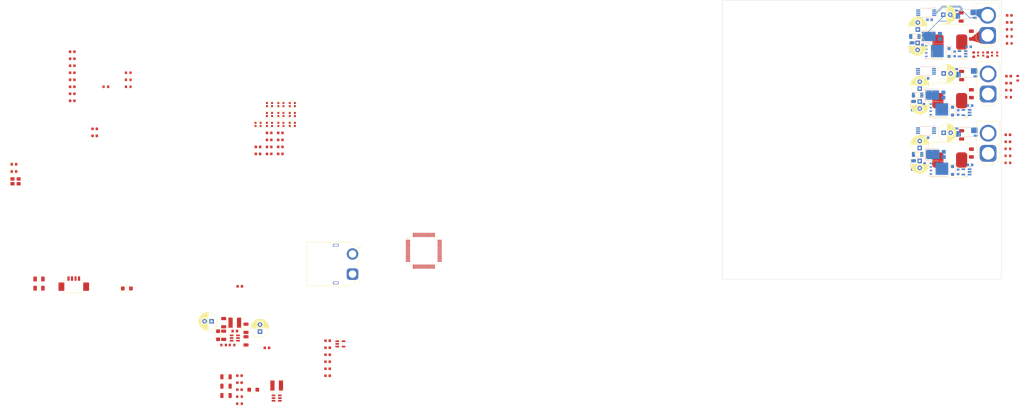
<source format=kicad_pcb>
(kicad_pcb (version 20240108) (generator "pcbnew") (generator_version "8.0")
  (layers (0 "F.Cu" signal) (31 "B.Cu" signal) (34 "B.Paste" user) (35 "F.Paste" user) (36 "B.SilkS" user "B.Silkscreen") (37 "F.SilkS" user "F.Silkscreen") (38 "B.Mask" user) (39 "F.Mask" user) (44 "Edge.Cuts" user))
  (net 0 "")
  (net 1 "GND")
  (net 2 "VPP")
  (net 3 "+5V")
  (net 4 "Net-(U1-BS)")
  (net 5 "Net-(U1-LX)")
  (net 6 "Net-(U3-LX)")
  (net 7 "Net-(U3-BS)")
  (net 8 "Net-(U2-BP{slash}FB)")
  (net 9 "+3.3V")
  (net 10 "Net-(U3-FB)")
  (net 11 "+10V")
  (net 12 "Net-(U1-FB)")
  (net 13 "Net-(U4-PG10)")
  (net 14 "Net-(J1-Pin_2)")
  (net 15 "Net-(C36-Pad2)")
  (net 16 "ISENSE_CH1")
  (net 17 "VSENSE_CH1")
  (net 18 "ISENSE_CH2")
  (net 19 "Net-(C48-Pad2)")
  (net 20 "VSENSE_CH2")
  (net 21 "Net-(D5-K)")
  (net 22 "Net-(D5-A)")
  (net 23 "Net-(D6-A)")
  (net 24 "Net-(J2-Pin_1)")
  (net 25 "Net-(J2-Pin_2)")
  (net 26 "Net-(R12-Pad2)")
  (net 27 "Net-(U8--)")
  (net 28 "Net-(U8-+)")
  (net 29 "DRV_CH2")
  (net 30 "ISENSE_CH3")
  (net 31 "Net-(C59-Pad2)")
  (net 32 "VSENSE_CH3")
  (net 33 "Net-(D7-A)")
  (net 34 "Net-(D7-K)")
  (net 35 "Net-(D8-A)")
  (net 36 "Net-(J3-Pin_1)")
  (net 37 "Net-(J3-Pin_2)")
  (net 38 "Net-(U4-VREF+)")
  (net 39 "Net-(D3-A)")
  (net 40 "Net-(D4-A)")
  (net 41 "Net-(D4-K)")
  (net 42 "Net-(R17-Pad2)")
  (net 43 "Net-(U10-+)")
  (net 44 "Net-(U10--)")
  (net 45 "DRV_CH3")
  (net 46 "Net-(D16-A)")
  (net 49 "Net-(J1-Pin_1)")
  (net 50 "Net-(J7-Pin_4)")
  (net 51 "Net-(J8-Pin_2)")
  (net 52 "Net-(J7-Pin_1)")
  (net 53 "Net-(J7-Pin_2)")
  (net 54 "Net-(U5--)")
  (net 55 "Net-(U5-+)")
  (net 56 "Net-(R8-Pad2)")
  (net 57 "SWDCK")
  (net 58 "SWDIO")
  (net 63 "Net-(U4-VSS-Pad15)")
  (net 83 "Net-(U4-PF0)")
  (net 96 "BOOT0")
  (net 108 "Net-(U4-PF1)")
  (net 110 "DRV_CH1")
  (net 113 "Net-(D18-DOUT)")
  (net 114 "Net-(D19-DOUT)")
  (net 115 "Net-(D20-DOUT)")
  (net 116 "Net-(D21-DOUT)")
  (net 117 "Net-(D22-DOUT)")
  (net 118 "Net-(D23-DOUT)")
  (net 119 "Net-(D24-DOUT)")
  (net 120 "Net-(D25-DOUT)")
  (net 121 "Net-(D26-DOUT)")
  (net 122 "Net-(D27-DOUT)")
  (net 123 "Net-(D28-DOUT)")
  (footprint "LED_SMD:LED_WS2812B-2020_PLCC4_2.0x2.0mm" (layer "F.Cu") (at 130.825 61.5)
    (property "Reference" "D20" (hide yes))
    (property "Value" "WS2812B-2020")
  )
  (footprint "LED_SMD:LED_WS2812B-2020_PLCC4_2.0x2.0mm" (layer "F.Cu") (at 143.095 61.5)
    (property "Reference" "D29" (hide yes))
    (property "Value" "WS2812B-2020")
  )
  (footprint "Capacitor_SMD:C_0603_1608Metric" (layer "F.Cu") (at 134.795 69.55)
    (property "Reference" "C98" (hide yes))
    (property "Value" "100n")
  )
  (footprint "Capacitor_SMD:C_1206_3216Metric" (layer "F.Cu") (at 119.345 155.23)
    (property "Reference" "C19" (hide yes))
    (property "Value" "10u")
  )
  (footprint "LED_SMD:LED_0603_1608Metric" (layer "F.Cu") (at 43.4125 75.77)
    (property "Reference" "D16" (hide yes))
    (property "Value" "LED_RED")
  )
  (footprint "Capacitor_THT:CP_Radial_D6.3mm_P2.50mm" (layer "F.Cu") (at 114.18238 132 180)
    (property "Reference" "C20" (hide yes))
    (property "Value" "C_Polarized")
  )
  (footprint "Capacitor_SMD:C_0603_1608Metric" (layer "F.Cu") (at 155.725 138.95)
    (property "Reference" "C3" (hide yes))
    (property "Value" "100n")
  )
  (footprint "Capacitor_SMD:C_0603_1608Metric" (layer "F.Cu") (at 124.175 151.46)
    (property "Reference" "C7" (hide yes))
    (property "Value" "100n")
  )
  (footprint "Capacitor_SMD:C_0603_1608Metric" (layer "F.Cu") (at 134.795 67.04)
    (property "Reference" "C97" (hide yes))
    (property "Value" "100n")
  )
  (footprint "Capacitor_SMD:C_0603_1608Metric" (layer "F.Cu") (at 138.805 64.53)
    (property "Reference" "C100" (hide yes))
    (property "Value" "100n")
  )
  (footprint "LED_SMD:LED_WS2812B-2020_PLCC4_2.0x2.0mm" (layer "F.Cu") (at 143.095 57.95)
    (property "Reference" "D28" (hide yes))
    (property "Value" "WS2812B-2020")
  )
  (footprint "Capacitor_THT:CP_Radial_D6.3mm_P2.50mm" (layer "F.Cu") (at 367 32.317621 -90)
    (property "Reference" "C104" (hide yes))
    (property "Value" "100u")
  )
  (footprint "LED_SMD:LED_WS2812B-2020_PLCC4_2.0x2.0mm" (layer "F.Cu") (at 139.005 57.95)
    (property "Reference" "D25" (hide yes))
    (property "Value" "WS2812B-2020")
  )
  (footprint "Connector_AMASS:AMASS_XT60PW-M_1x02_P7.20mm_Horizontal" (layer "F.Cu") (at 164.65 115.1 90)
    (property "Reference" "J8" (hide yes))
    (property "Value" "Conn_01x02")
  )
  (footprint "Resistor_SMD:R_0603_1608Metric" (layer "F.Cu") (at 399.575 49.24)
    (property "Reference" "R12" (hide yes))
    (property "Value" "33R")
  )
  (footprint "Resistor_SMD:R_0603_1608Metric" (layer "F.Cu") (at 399.325 75.25)
    (property "Reference" "R19" (hide yes))
    (property "Value" "90k")
  )
  (footprint "Capacitor_SMD:C_0603_1608Metric" (layer "F.Cu") (at 64.2925 53.04)
    (property "Reference" "C30" (hide yes))
    (property "Value" "100n")
  )
  (footprint "Capacitor_SMD:C_0603_1608Metric" (layer "F.Cu") (at 399.825 24.97)
    (property "Reference" "C39" (hide yes))
    (property "Value" "100n")
  )
  (footprint "Diode_SMD:D_SMF" (layer "F.Cu") (at 129.1 156.5)
    (property "Reference" "D2" (hide yes))
    (property "Value" "SMF5V0A")
  )
  (footprint "LED_SMD:LED_WS2812B-2020_PLCC4_2.0x2.0mm" (layer "F.Cu") (at 134.915 61.5)
    (property "Reference" "D23" (hide yes))
    (property "Value" "WS2812B-2020")
  )
  (footprint "Resistor_SMD:R_0603_1608Metric" (layer "F.Cu") (at 402.835 44.97 90)
    (property "Reference" "R13" (hide yes))
    (property "Value" "10k")
  )
  (footprint "Capacitor_SMD:C_0603_1608Metric" (layer "F.Cu") (at 155.725 151.5)
    (property "Reference" "C13" (hide yes))
    (property "Value" "10u")
  )
  (footprint "Capacitor_SMD:C_0603_1608Metric" (layer "F.Cu") (at 134.795 72.06)
    (property "Reference" "C99" (hide yes))
    (property "Value" "100n")
  )
  (footprint "Capacitor_THT:CP_Radial_D6.3mm_P2.50mm" (layer "F.Cu") (at 367.75 74.567621 -90)
    (property "Reference" "C51" (hide yes))
    (property "Value" "100u")
  )
  (footprint "Capacitor_SMD:C_0603_1608Metric" (layer "F.Cu") (at 124.175 156.48)
    (property "Reference" "C15" (hide yes))
    (property "Value" "100p")
  )
  (footprint "Capacitor_SMD:C_0603_1608Metric" (layer "F.Cu") (at 124.175 153.97)
    (property "Reference" "C8" (hide yes))
    (property "Value" "100n")
  )
  (footprint "Fuse:Fuse_1206_3216Metric" (layer "F.Cu") (at 386.236412 29.519337 90)
    (property "Reference" "F1" (hide yes))
    (property "Value" "8A")
  )
  (footprint "Capacitor_SMD:C_0603_1608Metric" (layer "F.Cu") (at 64.2925 35.47)
    (property "Reference" "C23" (hide yes))
    (property "Value" "100n")
  )
  (footprint "Inductor_SMD:L_Coilcraft_MSS1260-XXX" (layer "F.Cu") (at 378.545322 32.019337)
    (property "Reference" "L3" (hide yes))
    (property "Value" "47u")
  )
  (footprint "Fuse:Fuse_1206_3216Metric" (layer "F.Cu") (at 52.3825 116.86)
    (property "Reference" "F7" (hide yes))
    (property "Value" "1A")
  )
  (footprint "Capacitor_SMD:C_0603_1608Metric" (layer "F.Cu") (at 134.795 64.53)
    (property "Reference" "C96" (hide yes))
    (property "Value" "100n")
  )
  (footprint "Capacitor_SMD:C_0603_1608Metric" (layer "F.Cu") (at 72.3125 65.59)
    (property "Reference" "C91" (hide yes))
    (property "Value" "1u")
  )
  (footprint "Fuse:Fuse_1206_3216Metric" (layer "F.Cu") (at 52.3825 120.15)
    (property "Reference" "F8" (hide yes))
    (property "Value" "30A")
  )
  (footprint "Capacitor_SMD:C_1206_3216Metric" (layer "F.Cu") (at 126.5 134.5 90)
    (property "Reference" "C2" (hide yes))
    (property "Value" "10u")
  )
  (footprint "LED_SMD:LED_WS2812B-2020_PLCC4_2.0x2.0mm" (layer "F.Cu") (at 389.57 36.294338 180)
    (property "Reference" "D18" (hide yes))
    (property "Value" "WS2812B-2020")
  )
  (footprint "Capacitor_SMD:C_0603_1608Metric" (layer "F.Cu") (at 392.07 36.519337 -90)
    (property "Reference" "C93" (hide yes))
    (property "Value" "100n")
  )
  (footprint "Connector_AMASS:AMASS_XT60-M_1x02_P7.20mm_Vertical" (layer "F.Cu") (at 392.25 50.6 90)
    (property "Reference" "J2" (hide yes))
    (property "Value" "XT60_MALE")
  )
  (footprint "LED_SMD:LED_WS2812B-2020_PLCC4_2.0x2.0mm" (layer "F.Cu") (at 134.915 54.4)
    (property "Reference" "D21" (hide yes))
    (property "Value" "WS2812B-2020")
  )
  (footprint "Resistor_SMD:R_0603_1608Metric" (layer "F.Cu") (at 118.5 140.5)
    (property "Reference" "R1" (hide yes))
    (property "Value" "118k")
  )
  (footprint "Connector_Molex:Molex_PicoBlade_53261-0471_1x04-1MP_P1.25mm_Horizontal" (layer "F.Cu") (at 64.8325 119.1)
    (property "Reference" "J7" (hide yes))
    (property "Value" "Conn_SWD")
  )
  (footprint "Capacitor_SMD:C_0603_1608Metric" (layer "F.Cu") (at 155.725 146.48)
    (property "Reference" "C11" (hide yes))
    (property "Value" "100n")
  )
  (footprint "Resistor_SMD:R_0603_1608Metric" (layer "F.Cu") (at 84.3425 48.02)
    (property "Reference" "R38" (hide yes))
    (property "Value" "240k")
  )
  (footprint "Capacitor_SMD:C_1206_3216Metric" (layer "F.Cu") (at 382.75 65.25 -90)
    (property "Reference" "C59" (hide yes))
    (property "Value" "10u")
  )
  (footprint "Capacitor_THT:CP_Radial_D6.3mm_P2.50mm" (layer "F.Cu") (at 376.18583 22.212179)
    (property "Reference" "C36" (hide yes))
    (property "Value" "100u")
  )
  (footprint "Capacitor_SMD:C_0603_1608Metric" (layer "F.Cu") (at 122.5 135.5)
    (property "Reference" "C9" (hide yes))
    (property "Value" "100n")
  )
  (footprint "Package_TO_SOT_SMD:SOT-23-5" (layer "F.Cu") (at 160.305 140.095)
    (property "Reference" "U2" (hide yes))
    (property "Value" "RS3236")
  )
  (footprint "Capacitor_SMD:C_0603_1608Metric" (layer "F.Cu") (at 155.725 143.97)
    (property "Reference" "C10" (hide yes))
    (property "Value" "10n")
  )
  (footprint "Diode_SMD:D_SMF" (layer "F.Cu") (at 116.5 137 -90)
    (property "Reference" "D1" (hide yes))
    (property "Value" "SMF10A")
  )
  (footprint "Capacitor_THT:CP_Radial_D6.3mm_P2.50mm" (layer "F.Cu") (at 131.5 135.682379 90)
    (property "Reference" "C4" (hide yes))
    (property "Value" "C_Polarized")
  )
  (footprint "Capacitor_SMD:C_0603_1608Metric" (layer "F.Cu") (at 64.2925 50.53)
    (property "Reference" "C29" (hide yes))
    (property "Value" "10u")
  )
  (footprint "Capacitor_THT:CP_Radial_D6.3mm_P2.50mm" (layer "F.Cu") (at 376.317621 43.25)
    (property "Reference" "C50" (hide yes))
    (property "Value" "100u")
  )
  (footprint "Resistor_SMD:R_0603_1608Metric" (layer "F.Cu") (at 84.3425 45.51)
    (property "Reference" "R37" (hide yes))
    (property "Value" "120r")
  )
  (footprint "Capacitor_SMD:C_0603_1608Metric" (layer "F.Cu") (at 130.785 72.06)
    (property "Reference" "C95" (hide yes))
    (property "Value" "100n")
  )
  (footprint "Capacitor_SMD:C_0603_1608Metric" (layer "F.Cu") (at 72.3125 63.08)
    (property "Reference" "C90" (hide yes))
    (property "Value" "100n")
  )
  (footprint "Capacitor_THT:CP_Radial_D6.3mm_P2.50mm" (layer "F.Cu") (at 367.75 69.932379 90)
    (property "Reference" "C52" (hide yes))
    (property "Value" "100u")
  )
  (footprint "Capacitor_SMD:C_0603_1608Metric" (layer "F.Cu") (at 64.2925 40.49)
    (property "Reference" "C25" (hide yes))
    (property "Value" "100n")
  )
  (footprint "Capacitor_SMD:C_0603_1608Metric" (layer "F.Cu") (at 138.805 72.06)
    (property "Reference" "C103" (hide yes))
    (property "Value" "100n")
  )
  (footprint "Capacitor_SMD:C_1206_3216Metric" (layer "F.Cu") (at 382.57 23.019337 -90)
    (property "Reference" "C37" (hide yes))
    (property "Value" "10u")
  )
  (footprint "Capacitor_SMD:C_0603_1608Metric" (layer "F.Cu") (at 64.2925 37.98)
    (property "Reference" "C24" (hide yes))
    (property "Value" "100n")
  )
  (footprint "Capacitor_THT:CP_Radial_D6.3mm_P2.50mm" (layer "F.Cu") (at 376.317621 64.5)
    (property "Reference" "C61" (hide yes))
    (property "Value" "100u")
  )
  (footprint "LED_SMD:LED_WS2812B-2020_PLCC4_2.0x2.0mm" (layer "F.Cu") (at 139.005 61.5)
    (property "Reference" "D26" (hide yes))
    (property "Value" "WS2812B-2020")
  )
  (footprint "Capacitor_SMD:C_0603_1608Metric" (layer "F.Cu") (at 155.725 148.99)
    (property "Reference" "C12" (hide yes))
    (property "Value" "10u")
  )
  (footprint "Capacitor_SMD:C_0603_1608Metric" (layer "F.Cu") (at 64.2925 48.02)
    (property "Reference" "C28" (hide yes))
    (property "Value" "100n")
  )
  (footprint "Package_QFP:LQFP-64_10x10mm_P0.5mm" (layer "F.Cu") (at 190.175 106.75)
    (property "Reference" "U4" (hide yes))
    (property "Value" "STM32G474RBTx")
  )
  (footprint "LED_SMD:LED_WS2812B-2020_PLCC4_2.0x2.0mm" (layer "F.Cu") (at 134.915 57.95)
    (property "Reference" "D22" (hide yes))
    (property "Value" "WS2812B-2020")
  )
  (footprint "Capacitor_SMD:C_0603_1608Metric" (layer "F.Cu") (at 399.575 46.73)
    (property "Reference" "C49" (hide yes))
    (property "Value" "100n")
  )
  (footprint "Resistor_SMD:R_0603_1608Metric" (layer "F.Cu") (at 76.3225 48.02)
    (property "Reference" "R7" (hide yes))
    (property "Value" "1k")
  )
  (footprint "Fuse:Fuse_1206_3216Metric" (layer "F.Cu") (at 386.25 50.5 90)
    (property "Reference" "F2" (hide yes))
    (property "Value" "8A")
  )
  (footprint "Capacitor_SMD:C_1206_3216Metric" (layer "F.Cu") (at 119.345 158.58)
    (property "Reference" "C21" (hide yes))
    (property "Value" "100u 6.3V")
  )
  (footprint "Package_TO_SOT_SMD:SOT-23-6" (layer "F.Cu") (at 122.5 138)
    (property "Reference" "U3" (hide yes))
    (property "Value" "RY8411")
  )
  (footprint "LED_SMD:LED_WS2812B-2020_PLCC4_2.0x2.0mm" (layer "F.Cu") (at 394.57 36.294338 180)
    (property "Reference" "D19" (hide yes))
    (property "Value" "WS2812B-2020")
  )
  (footprint "Connector_AMASS:AMASS_XT60-M_1x02_P7.20mm_Vertical" (layer "F.Cu") (at 392.25 71.85 90)
    (property "Reference" "J3" (hide yes))
    (property "Value" "XT60_MALE")
  )
  (footprint "Capacitor_THT:CP_Radial_D6.3mm_P2.50mm" (layer "F.Cu") (at 367.07 27.519337 90)
    (property "Reference" "C35" (hide yes))
    (property "Value" "100u")
  )
  (footprint "Capacitor_SMD:C_0603_1608Metric" (layer "F.Cu") (at 64.2925 45.51)
    (property "Reference" "C27" (hide yes))
    (property "Value" "100n")
  )
  (footprint "Package_TO_SOT_SMD:SOT-23-6" (layer "F.Cu") (at 137.5 159.5)
    (property "Reference" "U1" (hide yes))
    (property "Value" "RY8411")
  )
  (footprint "LED_SMD:LED_WS2812B-2020_PLCC4_2.0x2.0mm" (layer "F.Cu") (at 143.095 54.4)
    (property "Reference" "D27" (hide yes))
    (property "Value" "WS2812B-2020")
  )
  (footprint "Capacitor_SMD:C_0603_1608Metric" (layer "F.Cu") (at 399.325 65.21)
    (property "Reference" "C57" (hide yes))
    (property "Value" "100n")
  )
  (footprint "Capacitor_SMD:C_0603_1608Metric" (layer "F.Cu") (at 399.575 44.22)
    (property "Reference" "C46" (hide yes))
    (property "Value" "100n")
  )
  (footprint "Capacitor_SMD:C_0603_1608Metric" (layer "F.Cu") (at 155.725 141.46)
    (property "Reference" "C5" (hide yes))
    (property "Value" "10u")
  )
  (footprint "Resistor_SMD:R_0603_1608Metric" (layer "F.Cu") (at 84.3425 43)
    (property "Reference" "R36" (hide yes))
    (property "Value" "120r")
  )
  (footprint "LED_SMD:LED_0603_1608Metric" (layer "F.Cu") (at 43.4125 78.36)
    (property "Reference" "D17" (hide yes))
    (property "Value" "LED_WHITE")
  )
  (footprint "Capacitor_SMD:C_0603_1608Metric" (layer "F.Cu") (at 124.275 119.48)
    (property "Reference" "C6" (hide yes))
    (property "Value" "100n")
  )
  (footprint "Capacitor_SMD:C_1206_3216Metric" (layer "F.Cu") (at 118.5 132.5 90)
    (property "Reference" "C16" (hide yes))
    (property "Value" "10u")
  )
  (footprint "Capacitor_SMD:C_1206_3216Metric" (layer "F.Cu") (at 382.75 44 -90)
    (property "Reference" "C48" (hide yes))
    (property "Value" "10u")
  )
  (footprint "Capacitor_SMD:C_0603_1608Metric" (layer "F.Cu") (at 64.2925 43)
    (property "Reference" "C26" (hide yes))
    (property "Value" "100n")
  )
  (footprint "Resistor_SMD:R_0603_1608Metric" (layer "F.Cu") (at 124.175 161.5)
    (property "Reference" "R4" (hide yes))
    (property "Value" "10k")
  )
  (footprint "Resistor_SMD:R_0603_1608Metric" (layer "F.Cu") (at 124.175 158.99)
    (property "Reference" "R3" (hide yes))
    (property "Value" "53.6k")
  )
  (footprint "Resistor_SMD:R_0603_1608Metric" (layer "F.Cu") (at 399.825 32.5)
    (property "Reference" "R10" (hide yes))
    (property "Value" "90k")
  )
  (footprint "Inductor_SMD:L_Coilcraft_MSS1260-XXX" (layer "F.Cu") (at 378.5 53)
    (property "Reference" "L4" (hide yes))
    (property "Value" "47u")
  )
  (footprint "Capacitor_SMD:C_0603_1608Metric" (layer "F.Cu") (at 130.785 69.55)
    (property "Reference" "C94" (hide yes))
    (property "Value" "100n")
  )
  (footprint "Capacitor_SMD:C_0603_1608Metric" (layer "F.Cu") (at 399.325 67.72)
    (property "Reference" "C60" (hide yes))
    (property "Value" "100n")
  )
  (footprint "Capacitor_SMD:C_0603_1608Metric" (layer "F.Cu") (at 134 141.5)
    (property "Reference" "C14" (hide yes))
    (property "Value" "100p")
  )
  (footprint "Diode_SMD:D_SMF" (layer "F.Cu") (at 83.8475 120.25)
    (property "Reference" "D15" (hide yes))
    (property "Value" "SMF3.3A")
  )
  (footprint "Resistor_SMD:R_0603_1608Metric" (layer "F.Cu") (at 399.325 72.74)
    (property "Reference" "R18" (hide yes))
    (property "Value" "10k")
  )
  (footprint "Capacitor_THT:CP_Radial_D6.3mm_P2.50mm" (layer "F.Cu") (at 367.75 53.317621 -90)
    (property "Reference" "C40" (hide yes))
    (property "Value" "100u")
  )
  (footprint "Capacitor_SMD:C_0603_1608Metric" (layer "F.Cu") (at 138.805 67.04)
    (property "Reference" "C101" (hide yes))
    (property "Value" "100n")
  )
  (footprint "Resistor_SMD:R_0603_1608Metric" (layer "F.Cu") (at 399.825 27.48)
    (property "Reference" "R8" (hide yes))
    (property "Value" "33R")
  )
  (footprint "Resistor_SMD:R_0603_1608Metric" (layer "F.Cu") (at 121.5 140.5)
    (property "Reference" "R2" (hide yes))
    (property "Value" "10k")
  )
  (footprint "Capacitor_SMD:C_1206_3216Metric" (layer "F.Cu") (at 119.345 151.88)
    (property "Reference" "C17" (hide yes))
    (property "Value" "10u")
  )
  (footprint "Inductor_SMD:L_Coilcraft_MSS1260-XXX" (layer "F.Cu") (at 378.5 74.25)
    (property "Reference" "L5" (hide yes))
    (property "Value" "47u")
  )
  (footprint "Inductor_SMD:L_Bourns-SRN4018" (layer "F.Cu") (at 137.5 155 180)
    (property "Reference" "L2" (hide yes))
    (property "Value" "4.7u")
  )
  (footprint "Inductor_SMD:L_Bourns-SRN4018" (layer "F.Cu") (at 122.5 132.5 180)
    (property "Reference" "L1" (hide yes))
    (property "Value" "4.7u")
  )
  (footprint "Fuse:Fuse_1206_3216Metric" (layer "F.Cu") (at 386.25 71.75 90)
    (property "Reference" "F3" (hide yes))
    (property "Value" "8A")
  )
  (footprint "Capacitor_THT:CP_Radial_D6.3mm_P2.50mm" (layer "F.Cu") (at 367.75 48.68238 90)
    (property "Reference" "C41" (hide yes))
    (property "Value" "100u")
  )
  (footprint "Capacitor_SMD:C_1206_3216Metric" (layer "F.Cu") (at 126.5 139 -90)
    (property "Reference" "C1" (hide yes))
    (property "Value" "10u")
  )
  (footprint "Capacitor_SMD:C_0603_1608Metric" (layer "F.Cu") (at 387.07 36.519337 -90)
    (property "Reference" "C92" (hide yes))
    (property "Value" "100n")
  )
  (footprint "Resistor_SMD:R_0603_1608Metric" (layer "F.Cu") (at 399.825 29.99)
    (property "Reference" "R9" (hide yes))
    (property "Value" "10k")
  )
  (footprint "LED_SMD:LED_WS2812B-2020_PLCC4_2.0x2.0mm" (layer "F.Cu") (at 139.005 54.4)
    (property "Reference" "D24" (hide yes))
    (property "Value" "WS2812B-2020")
  )
  (footprint "Crystal:Crystal_SMD_3225-4Pin_3.2x2.5mm" (layer "F.Cu") (at 43.9925 81.88)
    (property "Reference" "Y1" (hide yes))
    (property "Value" "Crystal_GND24")
  )
  (footprint "Resistor_SMD:R_0603_1608Metric" (layer "F.Cu") (at 399.325 70.23)
    (property "Reference" "R17" (hide yes))
    (property "Value" "33R")
  )
  (footprint "Connector_AMASS:AMASS_XT60-M_1x02_P7.20mm_Vertical" (layer "F.Cu") (at 392.07 29.619337 90)
    (property "Reference" "J1" (hide yes))
    (property "Value" "XT60_MALE")
  )
  (footprint "Capacitor_SMD:C_0603_1608Metric" (layer "F.Cu") (at 399.825 22.46 180)
    (property "Reference" "C38" (hide yes))
    (property "Value" "100n")
  )
  (footprint "Capacitor_SMD:C_0603_1608Metric" (layer "F.Cu") (at 138.805 69.55)
    (property "Reference" "C102" (hide yes))
    (property "Value" "100n")
  )
  (footprint "Resistor_SMD:R_0603_1608Metric" (layer "F.Cu") (at 399.575 51.75)
    (property "Reference" "R14" (hide yes))
    (property "Value" "90k")
  )
  (footprint "Capacitor_SMD:C_1206_3216Metric" (layer "F.Cu") (at 118.5 137 -90)
    (property "Reference" "C18" (hide yes))
    (property "Value" "10u")
  )
  (footprint "Capacitor_SMD:C_1206_3216Metric" (layer "B.Cu") (at 365 33.75 -90)
    (property "Reference" "C34" (hide yes))
    (property "Value" "10u")
  )
  (footprint "Capacitor_SMD:C_0603_1608Metric" (layer "B.Cu") (at 369.975 66.25)
    (property "Reference" "C58" (hide yes))
    (property "Value" "100n")
  )
  (footprint "Capacitor_SMD:C_0603_1608Metric" (layer "B.Cu") (at 385.75 76)
    (property "Reference" "C56" (hide yes))
    (property "Value" "100n")
  )
  (footprint "Diode_SMD:D_SOD-123F" (layer "B.Cu") (at 379.5 56.75 -90)
    (property "Reference" "D5" (hide yes))
    (property "Value" "K34")
  )
  (footprint "Package_TO_SOT_SMD:TDSON-8-1" (layer "B.Cu") (at 373 35.25)
    (property "Reference" "Q1" (hide yes))
    (property "Value" "BSC070N10NS5")
  )
  (footprint "Diode_SMD:D_PowerDI-5" (layer "B.Cu") (at 373.5 72.25)
    (property "Reference" "D8" (hide yes))
    (property "Value" "SB1045")
  )
  (footprint "Resistor_SMD:R_Shunt_Vishay_WSK2512_6332Metric_T1.19mm" (layer "B.Cu") (at 384.25 43)
    (property "Reference" "R15" (hide yes))
    (property "Value" "4m")
  )
  (footprint "Package_TO_SOT_SMD:TDSON-8-1" (layer "B.Cu") (at 374.65 77.365)
    (property "Reference" "Q3" (hide yes))
    (property "Value" "BSC070N10NS5")
  )
  (footprint "Capacitor_SMD:C_0603_1608Metric" (layer "B.Cu") (at 369.25 55 -90)
    (property "Reference" "C42" (hide yes))
    (property "Value" "100n")
  )
  (footprint "Capacitor_SMD:C_1206_3216Metric" (layer "B.Cu") (at 366 30 180)
    (property "Reference" "C33" (hide yes))
    (property "Value" "10u")
  )
  (footprint "Capacitor_SMD:C_0603_1608Metric" (layer "B.Cu") (at 369.5 76.25 -90)
    (property "Reference" "C53" (hide yes))
    (property "Value" "100n")
  )
  (footprint "Diode_SMD:D_PowerDI-5" (layer "B.Cu") (at 373.37 51)
    (property "Reference" "D6" (hide yes))
    (property "Value" "SB1045")
  )
  (footprint "Diode_SMD:D_SOD-123F" (layer "B.Cu") (at 378.25 35.75 -90)
    (property "Reference" "D4" (hide yes))
    (property "Value" "K34")
  )
  (footprint "Resistor_SMD:R_Shunt_Vishay_WSK2512_6332Metric_T1.19mm" (layer "B.Cu") (at 384.07 22.019337)
    (property "Reference" "R5" (hide yes))
    (property "Value" "4m" (hide yes))
  )
  (footprint "Capacitor_SMD:C_0603_1608Metric" (layer "B.Cu") (at 385.75 54.75)
    (property "Reference" "C45" (hide yes))
    (property "Value" "100n")
  )
  (footprint "Resistor_SMD:R_Shunt_Vishay_WSK2512_6332Metric_T1.19mm" (layer "B.Cu") (at 384.32 64.25)
    (property "Reference" "R20" (hide yes))
    (property "Value" "4m")
  )
  (footprint "Package_SO:TSSOP-8_4.4x3mm_P0.65mm" (layer "B.Cu") (at 370 63.75 180)
    (property "Reference" "U10" (hide yes))
    (property "Value" "INA240A1PW")
  )
  (footprint "Diode_SMD:D_SOD-123F" (layer "B.Cu") (at 379.5 78 -90)
    (property "Reference" "D7" (hide yes))
    (property "Value" "K34")
  )
  (footprint "Package_SO:TSSOP-8_4.4x3mm_P0.65mm" (layer "B.Cu") (at 370.07 21.519337 180)
    (property "Reference" "U5" (hide yes))
    (property "Value" "INA240A1PW")
  )
  (footprint "Capacitor_SMD:C_0603_1608Metric" (layer "B.Cu") (at 385.25 33.7)
    (property "Reference" "C22" (hide yes))
    (property "Value" "100n")
  )
  (footprint "Package_TO_SOT_SMD:SOT-23-5" (layer "B.Cu") (at 383.1375 36.2 180)
    (property "Reference" "U6" (hide yes))
    (property "Value" "UCC27517")
  )
  (footprint "Capacitor_SMD:C_1206_3216Metric" (layer "B.Cu") (at 365.5 54.75 -90)
    (property "Reference" "C43" (hide yes))
    (property "Value" "10u")
  )
  (footprint "Package_TO_SOT_SMD:SOT-23-5" (layer "B.Cu") (at 384.5 78.5 180)
    (property "Reference" "U9" (hide yes))
    (property "Value" "UCC27517")
  )
  (footprint "Package_TO_SOT_SMD:SOT-23-5" (layer "B.Cu") (at 384.5 57.25 180)
    (property "Reference" "U7" (hide yes))
    (property "Value" "UCC27517")
  )
  (footprint "Capacitor_SMD:C_0603_1608Metric" (layer "B.Cu") (at 368.75 33.776639 -90)
    (property "Reference" "C32" (hide yes))
    (property "Value" "100n")
  )
  (footprint "Capacitor_SMD:C_0603_1608Metric" (layer "B.Cu") (at 371.295 24.019337)
    (property "Reference" "C31" (hide yes))
    (property "Value" "100n")
  )
  (footprint "Capacitor_SMD:C_1206_3216Metric" (layer "B.Cu") (at 367 51 180)
    (property "Reference" "C44" (hide yes))
    (property "Value" "10u")
  )
  (footprint "Capacitor_SMD:C_0603_1608Metric" (layer "B.Cu") (at 370 45)
    (property "Reference" "C47" (hide yes))
    (property "Value" "100n")
  )
  (footprint "Diode_SMD:D_PowerDI-5" (layer "B.Cu") (at 372.120001 30)
    (property "Reference" "D3" (hide yes))
    (property "Value" "SB1045")
  )
  (footprint "Resistor_SMD:R_0603_1608Metric" (layer "B.Cu") (at 381.5 78.5 -90)
    (property "Reference" "R16" (hide yes))
    (property "Value" "1R")
  )
  (footprint "Capacitor_SMD:C_1206_3216Metric" (layer "B.Cu") (at 367 72.25 180)
    (property "Reference" "C54" (hide yes))
    (property "Value" "10u")
  )
  (footprint "Resistor_SMD:R_0603_1608Metric" (layer "B.Cu") (at 381.5 57.25 -90)
    (property "Reference" "R11" (hide yes))
    (property "Value" "1R")
  )
  (footprint "Package_TO_SOT_SMD:TDSON-8-1" (layer "B.Cu") (at 374.6 56.115)
    (property "Reference" "Q2" (hide yes))
    (property "Value" "BSC070N10NS5")
  )
  (footprint "Capacitor_SMD:C_1206_3216Metric" (layer "B.Cu") (at 365.5 76 -90)
    (property "Reference" "C55" (hide yes))
    (property "Value" "10u")
  )
  (footprint "Resistor_SMD:R_0603_1608Metric" (layer "B.Cu") (at 380.25 36.25 -90)
    (property "Reference" "R6" (hide yes))
    (property "Value" "1R")
  )
  (footprint "Package_SO:TSSOP-8_4.4x3mm_P0.65mm" (layer "B.Cu") (at 370 42.5 180)
    (property "Reference" "U8" (hide yes))
    (property "Value" "INA240A1PW")
  )
  (gr_poly (pts (xy 385.5 31) (xy 390 32.5) (xy 393.5 32.5) (xy 390 27.5)) (stroke (width 0.2)) (fill solid) (layer "F.Cu") (net 49))
  (gr_poly (pts (xy 387.5 22) (xy 391.5 25) (xy 391.5 20) (xy 387.5 20.5)) (stroke (width 0.2)) (fill solid) (layer "B.Cu") (net 14))
  (gr_rect (start 297 17) (end 397 117) (stroke (width 0.1)) (fill none) (layer "Edge.Cuts"))
  (segment (start 377.934307 24.519337) (end 374.57 24.519337) (width 0.2) (layer "B.Cu") (net 2))
  (segment (start 370.787999 28.301338) (end 370.787999 30.08) (width 0.2) (layer "B.Cu") (net 2))
  (segment (start 376.18583 22.903507) (end 374.57 24.519337) (width 0.2) (layer "B.Cu") (net 2))
  (segment (start 379.78583 22.667814) (end 377.934307 24.519337) (width 0.2) (layer "B.Cu") (net 2))
  (segment (start 381.085 22.654337) (end 379.78583 22.654337) (width 0.2) (layer "B.Cu") (net 2))
  (segment (start 376.18583 22.212179) (end 376.18583 22.903507) (width 0.2) (layer "B.Cu") (net 2))
  (segment (start 379.78583 22.654337) (end 379.78583 22.667814) (width 0.2) (layer "B.Cu") (net 2))
  (segment (start 374.57 24.519337) (end 370.787999 28.301338) (width 0.2) (layer "B.Cu") (net 2))
  (segment (start 382.537157 20.568602) (end 382.537157 20.052179) (width 0.2) (layer "B.Cu") (net 54))
  (segment (start 382.004315 19.519337) (end 375.994999 19.519337) (width 0.2) (layer "B.Cu") (net 54))
  (segment (start 373.669999 21.844337) (end 372.9325 21.844337) (width 0.2) (layer "B.Cu") (net 54))
  (segment (start 382.356422 20.749337) (end 382.537157 20.568602) (width 0.2) (layer "B.Cu") (net 54))
  (segment (start 382.537157 20.052179) (end 382.004315 19.519337) (width 0.2) (layer "B.Cu") (net 54))
  (segment (start 375.994999 19.519337) (end 373.669999 21.844337) (width 0.2) (layer "B.Cu") (net 54))
  (segment (start 380.64 20.749337) (end 382.356422 20.749337) (width 0.2) (layer "B.Cu") (net 54))
  (segment (start 382.937157 19.886494) (end 382.937157 20.636494) (width 0.2) (layer "B.Cu") (net 55))
  (segment (start 372.9325 21.194337) (end 373.754313 21.194337) (width 0.2) (layer "B.Cu") (net 55))
  (segment (start 382.404314 19.353652) (end 382.937157 19.886494) (width 0.2) (layer "B.Cu") (net 55))
  (segment (start 382.17 19.119337) (end 382.404314 19.353652) (width 0.2) (layer "B.Cu") (net 55))
  (segment (start 382.937157 20.636494) (end 385.59 23.289337) (width 0.2) (layer "B.Cu") (net 55))
  (segment (start 375.829313 19.119337) (end 382.17 19.119337) (width 0.2) (layer "B.Cu") (net 55))
  (segment (start 373.754313 21.194337) (end 375.829313 19.119337) (width 0.2) (layer "B.Cu") (net 55))
  (segment (start 385.59 23.289337) (end 387.5 23.289337) (width 0.2) (layer "B.Cu") (net 55))
)
</source>
